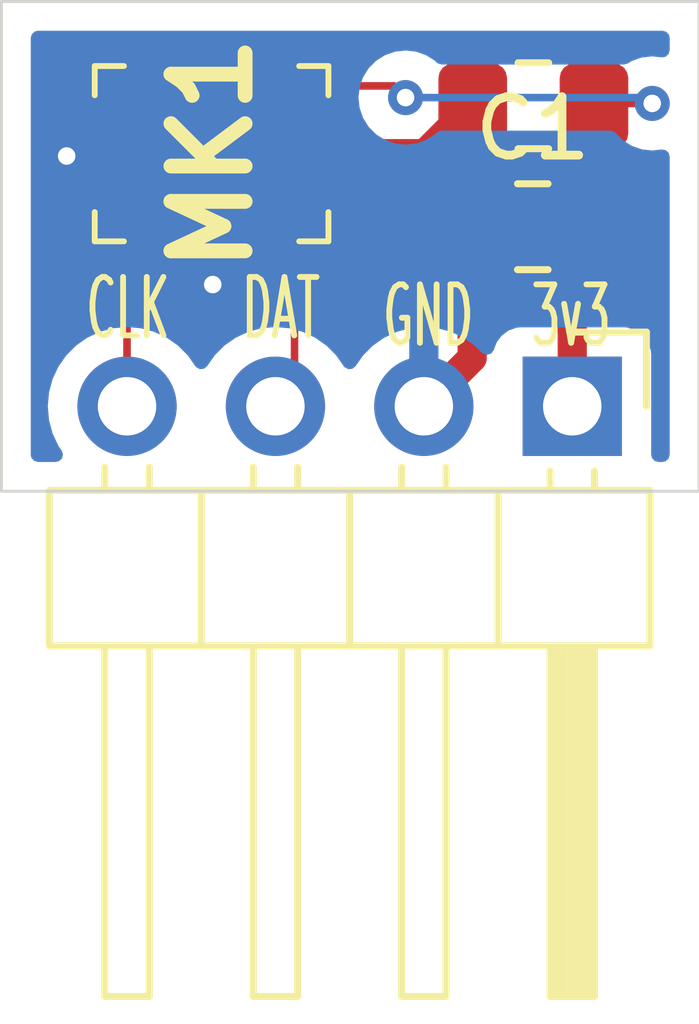
<source format=kicad_pcb>
(kicad_pcb (version 20240108) (generator "pcbnew") (generator_version "8.0")
  (layers (0 "F.Cu" signal) (31 "B.Cu" signal) (34 "B.Paste" user) (35 "F.Paste" user) (36 "B.SilkS" user "B.Silkscreen") (37 "F.SilkS" user "F.Silkscreen") (38 "B.Mask" user) (39 "F.Mask" user) (44 "Edge.Cuts" user))
  (net 0 "")
  (net 1 "+3.3V")
  (net 2 "GND")
  (net 3 "Net-(J1-Pin_3)")
  (net 4 "Net-(J1-Pin_4)")
  (footprint "Capacitor_SMD:C_0805_2012Metric_Pad1.18x1.45mm_HandSolder" (layer "F.Cu") (at 135.0775 75.61)
    (property "Reference" "C1" (at 0 -1.68 0) (layer "F.SilkS"))
    (property "Value" "1uF" (hide yes))
    (fp_line (start -0.261252 -0.735) (end 0.261252 -0.735) (stroke (width 0.12)) (layer "F.SilkS"))
    (fp_line (start -0.261252 0.735) (end 0.261252 0.735) (stroke (width 0.12)) (layer "F.SilkS"))
    (pad "1" smd roundrect (at -1.0375 0) (size 1.175 1.45) (layers "F.Cu" "F.Paste" "F.Mask") (roundrect_rratio 0.212766) (net 2 "GND"))
    (pad "2" smd roundrect (at 1.0375 0) (size 1.175 1.45) (layers "F.Cu" "F.Paste" "F.Mask") (roundrect_rratio 0.212766) (net 1 "+3.3V"))
  )
  (footprint "MP34DT05TR-A:MP34DT05TRA" (layer "F.Cu") (at 129.58 74.36 90)
    (property "Reference" "MK1" (at 0 0 90) (layer "F.SilkS") (effects (font (size 1.27 1.27) (thickness 0.254))))
    (property "Value" "MP34DT05TR-A" (hide yes))
    (fp_line (start 1.5 -2) (end 1.5 -1.5) (stroke (width 0.1)) (layer "F.SilkS"))
    (fp_line (start 1 -2) (end 1.5 -2) (stroke (width 0.1)) (layer "F.SilkS"))
    (fp_line (start -1 -2) (end -1.5 -2) (stroke (width 0.1)) (layer "F.SilkS"))
    (fp_line (start -1.5 -2) (end -1.5 -1.5) (stroke (width 0.1)) (layer "F.SilkS"))
    (fp_line (start -1.5 1.5) (end -1.5 2) (stroke (width 0.1)) (layer "F.SilkS"))
    (fp_line (start 1.5 2) (end 1.5 1.5) (stroke (width 0.1)) (layer "F.SilkS"))
    (fp_line (start 1 2) (end 1.5 2) (stroke (width 0.1)) (layer "F.SilkS"))
    (fp_line (start -1.5 2) (end -1 2) (stroke (width 0.1)) (layer "F.SilkS"))
    (pad "1" smd rect (at -0.45 -0.675 90) (size 0.4 0.95) (layers "F.Cu" "F.Paste" "F.Mask") (net 4 "Net-(J1-Pin_4)"))
    (pad "2" smd rect (at -0.45 0.675 90) (size 0.4 0.95) (layers "F.Cu" "F.Paste" "F.Mask") (net 3 "Net-(J1-Pin_3)"))
    (pad "3" smd rect (at 0.45 0.675 90) (size 0.4 0.95) (layers "F.Cu" "F.Paste" "F.Mask") (net 1 "+3.3V"))
    (pad "4" smd rect (at 0.45 -0.675 90) (size 0.4 0.95) (layers "F.Cu" "F.Paste" "F.Mask"))
    (pad "5" smd rect (at -1.225 0 90) (size 0.35 2.3) (layers "F.Cu" "F.Paste" "F.Mask") (net 2 "GND"))
    (pad "6" smd rect (at 1.225 0 90) (size 0.35 2.3) (layers "F.Cu" "F.Paste" "F.Mask") (net 2 "GND"))
    (pad "7" smd rect (at 0 -1.725 180) (size 0.35 1.3) (layers "F.Cu" "F.Paste" "F.Mask") (net 2 "GND"))
    (pad "8" smd rect (at 0 1.725 180) (size 0.35 1.3) (layers "F.Cu" "F.Paste" "F.Mask") (net 2 "GND"))
  )
  (footprint "Capacitor_SMD:C_0805_2012Metric_Pad1.18x1.45mm_HandSolder" (layer "F.Cu") (at 135.0875 73.54 180)
    (property "Reference" "C2" (hide yes))
    (property "Value" "100nF" (hide yes))
    (fp_line (start -0.261252 0.735) (end 0.261252 0.735) (stroke (width 0.12)) (layer "F.SilkS"))
    (fp_line (start -0.261252 -0.735) (end 0.261252 -0.735) (stroke (width 0.12)) (layer "F.SilkS"))
    (pad "1" smd roundrect (at -1.0375 0 180) (size 1.175 1.45) (layers "F.Cu" "F.Paste" "F.Mask") (roundrect_rratio 0.212766) (net 1 "+3.3V"))
    (pad "2" smd roundrect (at 1.0375 0 180) (size 1.175 1.45) (layers "F.Cu" "F.Paste" "F.Mask") (roundrect_rratio 0.212766) (net 2 "GND"))
  )
  (footprint "Connector_PinHeader_2.54mm:PinHeader_1x04_P2.54mm_Horizontal" (layer "F.Cu") (at 135.753 78.683 -90)
    (property "Reference" "J1" (hide yes))
    (property "Value" "Conn_01x04" (hide yes))
    (fp_line (start 1.44 8.95) (end 4.1 8.95) (stroke (width 0.12)) (layer "F.SilkS"))
    (fp_line (start 4.1 8.95) (end 4.1 -1.33) (stroke (width 0.12)) (layer "F.SilkS"))
    (fp_line (start 1.042929 8) (end 1.44 8) (stroke (width 0.12)) (layer "F.SilkS"))
    (fp_line (start 10.1 8) (end 4.1 8) (stroke (width 0.12)) (layer "F.SilkS"))
    (fp_line (start 1.042929 7.24) (end 1.44 7.24) (stroke (width 0.12)) (layer "F.SilkS"))
    (fp_line (start 4.1 7.24) (end 10.1 7.24) (stroke (width 0.12)) (layer "F.SilkS"))
    (fp_line (start 10.1 7.24) (end 10.1 8) (stroke (width 0.12)) (layer "F.SilkS"))
    (fp_line (start 1.44 6.35) (end 4.1 6.35) (stroke (width 0.12)) (layer "F.SilkS"))
    (fp_line (start 1.042929 5.46) (end 1.44 5.46) (stroke (width 0.12)) (layer "F.SilkS"))
    (fp_line (start 10.1 5.46) (end 4.1 5.46) (stroke (width 0.12)) (layer "F.SilkS"))
    (fp_line (start 1.042929 4.7) (end 1.44 4.7) (stroke (width 0.12)) (layer "F.SilkS"))
    (fp_line (start 4.1 4.7) (end 10.1 4.7) (stroke (width 0.12)) (layer "F.SilkS"))
    (fp_line (start 10.1 4.7) (end 10.1 5.46) (stroke (width 0.12)) (layer "F.SilkS"))
    (fp_line (start 1.44 3.81) (end 4.1 3.81) (stroke (width 0.12)) (layer "F.SilkS"))
    (fp_line (start 1.042929 2.92) (end 1.44 2.92) (stroke (width 0.12)) (layer "F.SilkS"))
    (fp_line (start 10.1 2.92) (end 4.1 2.92) (stroke (width 0.12)) (layer "F.SilkS"))
    (fp_line (start 1.042929 2.16) (end 1.44 2.16) (stroke (width 0.12)) (layer "F.SilkS"))
    (fp_line (start 4.1 2.16) (end 10.1 2.16) (stroke (width 0.12)) (layer "F.SilkS"))
    (fp_line (start 10.1 2.16) (end 10.1 2.92) (stroke (width 0.12)) (layer "F.SilkS"))
    (fp_line (start 1.44 1.27) (end 4.1 1.27) (stroke (width 0.12)) (layer "F.SilkS"))
    (fp_line (start 1.11 0.38) (end 1.44 0.38) (stroke (width 0.12)) (layer "F.SilkS"))
    (fp_line (start 10.1 0.38) (end 4.1 0.38) (stroke (width 0.12)) (layer "F.SilkS"))
    (fp_line (start 4.1 0.28) (end 10.1 0.28) (stroke (width 0.12)) (layer "F.SilkS"))
    (fp_line (start 4.1 0.16) (end 10.1 0.16) (stroke (width 0.12)) (layer "F.SilkS"))
    (fp_line (start 4.1 0.04) (end 10.1 0.04) (stroke (width 0.12)) (layer "F.SilkS"))
    (fp_line (start -1.27 0) (end -1.27 -1.27) (stroke (width 0.12)) (layer "F.SilkS"))
    (fp_line (start 4.1 -0.08) (end 10.1 -0.08) (stroke (width 0.12)) (layer "F.SilkS"))
    (fp_line (start 4.1 -0.2) (end 10.1 -0.2) (stroke (width 0.12)) (layer "F.SilkS"))
    (fp_line (start 4.1 -0.32) (end 10.1 -0.32) (stroke (width 0.12)) (layer "F.SilkS"))
    (fp_line (start 1.11 -0.38) (end 1.44 -0.38) (stroke (width 0.12)) (layer "F.SilkS"))
    (fp_line (start 4.1 -0.38) (end 10.1 -0.38) (stroke (width 0.12)) (layer "F.SilkS"))
    (fp_line (start 10.1 -0.38) (end 10.1 0.38) (stroke (width 0.12)) (layer "F.SilkS"))
    (fp_line (start -1.27 -1.27) (end 0 -1.27) (stroke (width 0.12)) (layer "F.SilkS"))
    (fp_line (start 1.44 -1.33) (end 1.44 8.95) (stroke (width 0.12)) (layer "F.SilkS"))
    (fp_line (start 4.1 -1.33) (end 1.44 -1.33) (stroke (width 0.12)) (layer "F.SilkS"))
    (pad "1" thru_hole rect (at 0 0 270) (size 1.7 1.7) (drill 1) (layers "*.Cu" "*.Mask") (net 1 "+3.3V"))
    (pad "2" thru_hole oval (at 0 2.54 270) (size 1.7 1.7) (drill 1) (layers "*.Cu" "*.Mask") (net 2 "GND"))
    (pad "3" thru_hole oval (at 0 5.08 270) (size 1.7 1.7) (drill 1) (layers "*.Cu" "*.Mask") (net 3 "Net-(J1-Pin_3)"))
    (pad "4" thru_hole oval (at 0 7.62 270) (size 1.7 1.7) (drill 1) (layers "*.Cu" "*.Mask") (net 4 "Net-(J1-Pin_4)"))
  )
  (gr_rect (start 125.984 71.755) (end 137.922 80.137) (stroke (width 0.05)) (fill none) (layer "Edge.Cuts"))
  (gr_text "3v3" (at 135.001 77.724 0) (layer "F.SilkS") (effects (font (size 1 0.5) (thickness 0.1)) (justify left bottom)))
  (gr_text "CLK" (at 127.381 77.597 0) (layer "F.SilkS") (effects (font (size 1 0.5) (thickness 0.1)) (justify left bottom)))
  (gr_text "GND" (at 132.461 77.724 0) (layer "F.SilkS") (effects (font (size 1 0.5) (thickness 0.1)) (justify left bottom)))
  (gr_text "DAT" (at 130.048 77.597 0) (layer "F.SilkS") (effects (font (size 1 0.5) (thickness 0.1)) (justify left bottom)))
  (segment (start 136.165 73.5) (end 136.125 73.54) (width 0.13) (layer "F.Cu") (net 1))
  (segment (start 130.49 73.91) (end 130.8 73.6) (width 0.13) (layer "F.Cu") (net 1))
  (segment (start 130.8 73.6) (end 130.825 73.575) (width 0.13) (layer "F.Cu") (net 1))
  (segment (start 136.125 73.54) (end 136.125 75.6) (width 0.5) (layer "F.Cu") (net 1))
  (segment (start 136.125 75.6) (end 136.115 75.61) (width 0.5) (layer "F.Cu") (net 1))
  (segment (start 136.115 76.785) (end 136.115 75.61) (width 0.5) (layer "F.Cu") (net 1))
  (segment (start 130.865 73.575) (end 131.24 73.2) (width 0.13) (layer "F.Cu") (net 1))
  (segment (start 132.7 73.2) (end 132.9 73.4) (width 0.13) (layer "F.Cu") (net 1))
  (segment (start 130.255 73.91) (end 130.49 73.91) (width 0.13) (layer "F.Cu") (net 1))
  (segment (start 137.122 73.5) (end 136.165 73.5) (width 0.13) (layer "F.Cu") (net 1))
  (segment (start 130.825 73.575) (end 130.865 73.575) (width 0.13) (layer "F.Cu") (net 1))
  (segment (start 135.753 77.147) (end 136.115 76.785) (width 0.5) (layer "F.Cu") (net 1))
  (segment (start 135.753 78.683) (end 135.753 77.147) (width 0.5) (layer "F.Cu") (net 1))
  (segment (start 131.24 73.2) (end 131.5 73.2) (width 0.13) (layer "F.Cu") (net 1))
  (segment (start 131.5 73.2) (end 132.7 73.2) (width 0.13) (layer "F.Cu") (net 1))
  (via (at 132.9 73.4) (size 0.6) (drill 0.3) (layers "F.Cu" "B.Cu") (net 1))
  (via (at 137.122 73.5) (size 0.6) (drill 0.3) (layers "F.Cu" "B.Cu") (net 1))
  (segment (start 137.022 73.4) (end 137.122 73.5) (width 0.13) (layer "B.Cu") (net 1))
  (segment (start 132.9 73.4) (end 137.022 73.4) (width 0.13) (layer "B.Cu") (net 1))
  (segment (start 127.965 73.135) (end 129.58 73.135) (width 0.5) (layer "F.Cu") (net 2))
  (segment (start 133.23 74.36) (end 134.05 73.54) (width 0.5) (layer "F.Cu") (net 2))
  (segment (start 134.04 77.856) (end 133.213 78.683) (width 0.5) (layer "F.Cu") (net 2))
  (segment (start 127.855 73.245) (end 127.965 73.135) (width 0.5) (layer "F.Cu") (net 2))
  (segment (start 127.14 74.36) (end 127.1 74.4) (width 0.5) (layer "F.Cu") (net 2))
  (segment (start 134.04 75.61) (end 134.04 77.856) (width 0.5) (layer "F.Cu") (net 2))
  (segment (start 127.855 74.36) (end 127.855 73.245) (width 0.5) (layer "F.Cu") (net 2))
  (segment (start 129.58 75.585) (end 129.58 76.58) (width 0.5) (layer "F.Cu") (net 2))
  (segment (start 134.04 75.61) (end 134.04 73.55) (width 0.5) (layer "F.Cu") (net 2))
  (segment (start 129.58 76.58) (end 129.6 76.6) (width 0.5) (layer "F.Cu") (net 2))
  (segment (start 134.04 73.55) (end 134.05 73.54) (width 0.5) (layer "F.Cu") (net 2))
  (segment (start 131.305 74.36) (end 133.23 74.36) (width 0.5) (layer "F.Cu") (net 2))
  (segment (start 127.855 74.36) (end 127.14 74.36) (width 0.5) (layer "F.Cu") (net 2))
  (via (at 127.1 74.4) (size 0.6) (drill 0.3) (layers "F.Cu" "B.Cu") (net 2))
  (via (at 129.6 76.6) (size 0.6) (drill 0.3) (layers "F.Cu" "B.Cu") (net 2))
  (segment (start 130.673 78.683) (end 131 78.356) (width 0.13) (layer "F.Cu") (net 3))
  (segment (start 130.51 74.81) (end 130.255 74.81) (width 0.13) (layer "F.Cu") (net 3))
  (segment (start 131 78.356) (end 131 75.275) (width 0.13) (layer "F.Cu") (net 3))
  (segment (start 130.975 75.275) (end 130.51 74.81) (width 0.13) (layer "F.Cu") (net 3))
  (segment (start 131 75.275) (end 130.975 75.275) (width 0.13) (layer "F.Cu") (net 3))
  (segment (start 128.165 75.3) (end 128.655 74.81) (width 0.13) (layer "F.Cu") (net 4))
  (segment (start 128.655 74.81) (end 128.905 74.81) (width 0.13) (layer "F.Cu") (net 4))
  (segment (start 128.133 75.367) (end 128.165 75.335) (width 0.13) (layer "F.Cu") (net 4))
  (segment (start 128.133 78.683) (end 128.133 75.367) (width 0.13) (layer "F.Cu") (net 4))
  (segment (start 128.165 75.335) (end 128.165 75.3) (width 0.13) (layer "F.Cu") (net 4))
  (zone (net 2) (net_name "GND") (layer "B.Cu") (connect_pads (clearance 0.5)) (min_thickness 0.25) (fill yes (thermal_gap 0.5) (thermal_bridge_width 0.5))
    (polygon (pts (xy 125.984 71.755) (xy 125.984 80.137) (xy 137.922 80.137) (xy 137.922 71.755)))
  )
)
</source>
